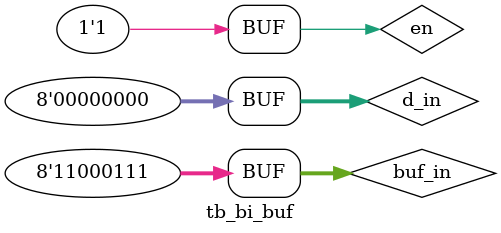
<source format=v>

module tb_bi_buf;
	//Inputs
	reg en;
	reg [7:0] buf_in;
	reg [7:0] d_in;
	
	//Outputs
	wire [7:0] buf_out;
	wire [7:0] d_out;
	
	//UUT
	bi_buf U1 (
		.en(en),
		.buf_in(buf_in),
		.d_in(d_in),
		.buf_out(buf_out),
		.d_out(d_out)
	);
	
	
	initial begin 
		//Initialize 
		en = 0;
		buf_in = 0;
		d_in = 0; 
			
		//Simulation 
	  #10 buf_in = 0110_1101;
	  #30 d_in = 1010_0101;
	  #10 en = 1 ;
	  #30 buf_in = 1111_1111; d_in = 0 ;
	      
	
	end
	
		
endmodule 

</source>
